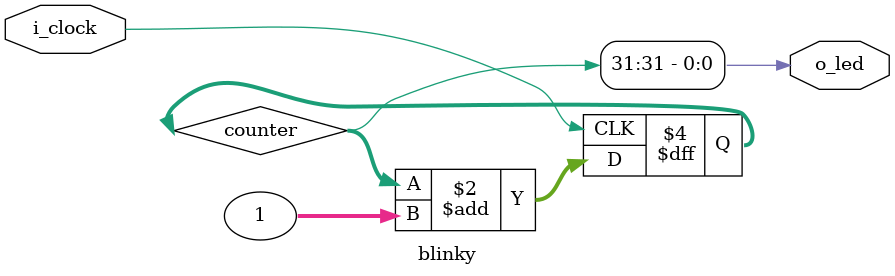
<source format=v>

`default_nettype none //stops mispelled identifiers from being turned into wires

parameter WIDTH=32; //Width defines the counter width
module blinky(i_clock, o_led);
    input wire i_clock; //Clock line
    output wire o_led;  // LED pin that will toggle on the timer

    reg[WIDTH-1:0] counter; // Counter for our blinky program
    initial counter = 0; //Initial Condition for the counter 

    //Connect the MSB of counter to the LED output, o_led is a wire and should not be inside of the always block
    assign o_led = counter[WIDTH-1];

    // The clocked counter is the only thing being updated at a clock edge
    always@(posedge i_clock)
    begin
        counter <= counter +1; // Increment the Counter, USING NONBLOCKING ASSIGNMENTS!
    end
    
    
endmodule
</source>
